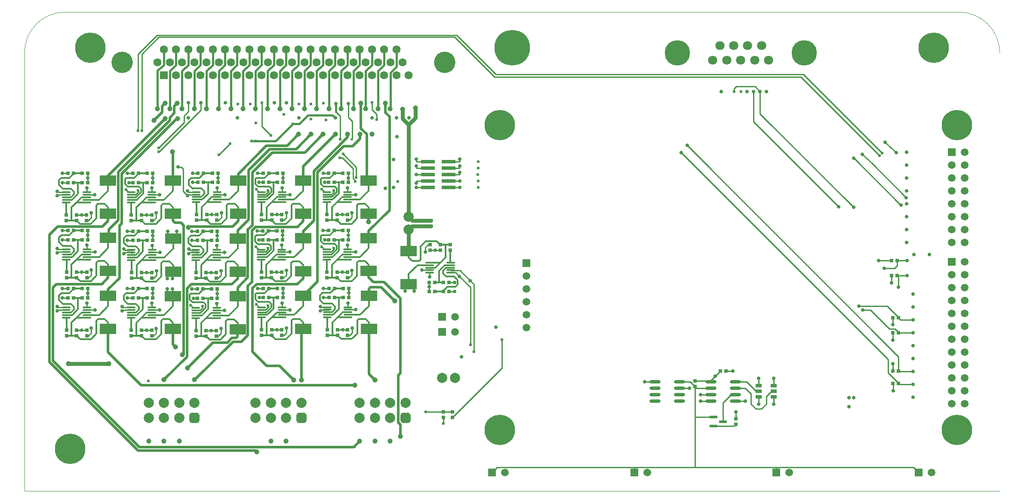
<source format=gtl>
%FSLAX25Y25*%
%MOIN*%
G70*
G01*
G75*
G04 Layer_Physical_Order=1*
G04 Layer_Color=255*
%ADD10R,0.02756X0.03150*%
%ADD11O,0.06890X0.01181*%
%ADD12R,0.12598X0.07874*%
%ADD13R,0.03150X0.02756*%
%ADD14R,0.05118X0.03150*%
%ADD15R,0.05906X0.02362*%
%ADD16O,0.08661X0.02362*%
%ADD17R,0.11000X0.02900*%
%ADD18C,0.01000*%
%ADD19C,0.02000*%
%ADD20C,0.03000*%
%ADD21C,0.01181*%
%ADD22C,0.01800*%
%ADD23C,0.00100*%
%ADD24C,0.07874*%
%ADD25R,0.05906X0.05906*%
%ADD26C,0.05906*%
%ADD27C,0.07087*%
%ADD28C,0.19685*%
%ADD29C,0.16535*%
%ADD30C,0.06299*%
%ADD31R,0.06299X0.06299*%
%ADD32C,0.27559*%
%ADD33C,0.23622*%
%ADD34R,0.05906X0.05906*%
G04:AMPARAMS|DCode=35|XSize=78.74mil|YSize=78.74mil|CornerRadius=19.69mil|HoleSize=0mil|Usage=FLASHONLY|Rotation=0.000|XOffset=0mil|YOffset=0mil|HoleType=Round|Shape=RoundedRectangle|*
%AMROUNDEDRECTD35*
21,1,0.07874,0.03937,0,0,0.0*
21,1,0.03937,0.07874,0,0,0.0*
1,1,0.03937,0.01969,-0.01969*
1,1,0.03937,-0.01969,-0.01969*
1,1,0.03937,-0.01969,0.01969*
1,1,0.03937,0.01969,0.01969*
%
%ADD35ROUNDEDRECTD35*%
%ADD36C,0.02362*%
%ADD37C,0.02756*%
%ADD38C,0.01969*%
%ADD39C,0.03937*%
D10*
X-453745Y-193606D02*
D03*
Y-189276D02*
D03*
X-685729Y-233776D02*
D03*
Y-229445D02*
D03*
X-677855Y-233776D02*
D03*
Y-229445D02*
D03*
X-669981Y-229445D02*
D03*
Y-233776D02*
D03*
X-635729Y-233776D02*
D03*
Y-229445D02*
D03*
X-627855Y-233776D02*
D03*
Y-229445D02*
D03*
X-619981Y-229445D02*
D03*
Y-233776D02*
D03*
X-635335Y-188894D02*
D03*
Y-184563D02*
D03*
X-627461Y-188894D02*
D03*
Y-184563D02*
D03*
X-619587Y-184563D02*
D03*
Y-188894D02*
D03*
X-584942Y-188894D02*
D03*
Y-184563D02*
D03*
X-577068Y-188894D02*
D03*
Y-184563D02*
D03*
X-569194Y-184563D02*
D03*
Y-188894D02*
D03*
X-635729Y-278658D02*
D03*
Y-274327D02*
D03*
X-627855Y-278658D02*
D03*
Y-274327D02*
D03*
X-619981Y-274327D02*
D03*
Y-278658D02*
D03*
X-584942Y-278264D02*
D03*
Y-273933D02*
D03*
X-577068Y-278264D02*
D03*
Y-273933D02*
D03*
X-569194Y-273933D02*
D03*
Y-278264D02*
D03*
X-585103Y-233508D02*
D03*
Y-229177D02*
D03*
X-577229Y-233508D02*
D03*
Y-229177D02*
D03*
X-569355Y-229177D02*
D03*
Y-233508D02*
D03*
X-685891Y-189020D02*
D03*
Y-184689D02*
D03*
X-678017Y-189020D02*
D03*
Y-184689D02*
D03*
X-670143Y-184689D02*
D03*
Y-189020D02*
D03*
X-736284Y-189020D02*
D03*
Y-184689D02*
D03*
X-728410Y-189020D02*
D03*
Y-184689D02*
D03*
X-720536Y-184689D02*
D03*
Y-189020D02*
D03*
X-736123Y-233323D02*
D03*
Y-228992D02*
D03*
X-728249Y-233323D02*
D03*
Y-228992D02*
D03*
X-720375Y-228992D02*
D03*
Y-233323D02*
D03*
X-736123Y-278323D02*
D03*
Y-273992D02*
D03*
X-728249Y-278323D02*
D03*
Y-273992D02*
D03*
X-720375Y-273992D02*
D03*
Y-278323D02*
D03*
X-534154Y-188894D02*
D03*
Y-184563D02*
D03*
X-526280Y-188894D02*
D03*
Y-184563D02*
D03*
X-518406Y-184563D02*
D03*
Y-188894D02*
D03*
X-533922Y-278193D02*
D03*
Y-273862D02*
D03*
X-526048Y-278193D02*
D03*
Y-273862D02*
D03*
X-518174Y-273862D02*
D03*
Y-278193D02*
D03*
X-534154Y-233382D02*
D03*
Y-229051D02*
D03*
X-526280Y-233382D02*
D03*
Y-229051D02*
D03*
X-518406Y-229051D02*
D03*
Y-233382D02*
D03*
X-685891Y-278390D02*
D03*
Y-274059D02*
D03*
X-678017Y-278390D02*
D03*
Y-274059D02*
D03*
X-670143Y-274059D02*
D03*
Y-278390D02*
D03*
X-438548Y-207772D02*
D03*
Y-212102D02*
D03*
X-446422Y-207772D02*
D03*
Y-212102D02*
D03*
X-454296Y-212102D02*
D03*
Y-207772D02*
D03*
X-217387Y-347287D02*
D03*
Y-342957D02*
D03*
X-248883Y-317760D02*
D03*
Y-313429D02*
D03*
X-437008Y-337402D02*
D03*
Y-341732D02*
D03*
X-443898Y-341732D02*
D03*
Y-337402D02*
D03*
D11*
X-685926Y-211925D02*
D03*
Y-213894D02*
D03*
Y-215862D02*
D03*
Y-217831D02*
D03*
Y-219799D02*
D03*
X-669784Y-211925D02*
D03*
Y-213894D02*
D03*
Y-215862D02*
D03*
Y-217831D02*
D03*
Y-219799D02*
D03*
X-635926Y-211925D02*
D03*
Y-213894D02*
D03*
Y-215862D02*
D03*
Y-217831D02*
D03*
Y-219799D02*
D03*
X-619784Y-211925D02*
D03*
Y-213894D02*
D03*
Y-215862D02*
D03*
Y-217831D02*
D03*
Y-219799D02*
D03*
X-635532Y-167043D02*
D03*
Y-169012D02*
D03*
Y-170980D02*
D03*
Y-172949D02*
D03*
Y-174917D02*
D03*
X-619390Y-167043D02*
D03*
Y-169012D02*
D03*
Y-170980D02*
D03*
Y-172949D02*
D03*
Y-174917D02*
D03*
X-585139Y-167043D02*
D03*
Y-169012D02*
D03*
Y-170980D02*
D03*
Y-172949D02*
D03*
Y-174917D02*
D03*
X-568997Y-167043D02*
D03*
Y-169012D02*
D03*
Y-170980D02*
D03*
Y-172949D02*
D03*
Y-174917D02*
D03*
X-635926Y-256807D02*
D03*
Y-258776D02*
D03*
Y-260744D02*
D03*
Y-262713D02*
D03*
Y-264681D02*
D03*
X-619784Y-256807D02*
D03*
Y-258776D02*
D03*
Y-260744D02*
D03*
Y-262713D02*
D03*
Y-264681D02*
D03*
X-585139Y-256413D02*
D03*
Y-258382D02*
D03*
Y-260350D02*
D03*
Y-262319D02*
D03*
Y-264287D02*
D03*
X-568997Y-256413D02*
D03*
Y-258382D02*
D03*
Y-260350D02*
D03*
Y-262319D02*
D03*
Y-264287D02*
D03*
X-585300Y-211658D02*
D03*
Y-213626D02*
D03*
Y-215595D02*
D03*
Y-217563D02*
D03*
Y-219531D02*
D03*
X-569158Y-211658D02*
D03*
Y-213626D02*
D03*
Y-215595D02*
D03*
Y-217563D02*
D03*
Y-219531D02*
D03*
X-686087Y-167169D02*
D03*
Y-169138D02*
D03*
Y-171106D02*
D03*
Y-173075D02*
D03*
Y-175043D02*
D03*
X-669946Y-167169D02*
D03*
Y-169138D02*
D03*
Y-171106D02*
D03*
Y-173075D02*
D03*
Y-175043D02*
D03*
X-736481Y-167169D02*
D03*
Y-169138D02*
D03*
Y-171106D02*
D03*
Y-173075D02*
D03*
Y-175043D02*
D03*
X-720339Y-167169D02*
D03*
Y-169138D02*
D03*
Y-171106D02*
D03*
Y-173075D02*
D03*
Y-175043D02*
D03*
X-736320Y-211472D02*
D03*
Y-213441D02*
D03*
Y-215409D02*
D03*
Y-217378D02*
D03*
Y-219346D02*
D03*
X-720178Y-211472D02*
D03*
Y-213441D02*
D03*
Y-215409D02*
D03*
Y-217378D02*
D03*
Y-219346D02*
D03*
X-736320Y-256472D02*
D03*
Y-258441D02*
D03*
Y-260409D02*
D03*
Y-262378D02*
D03*
Y-264347D02*
D03*
X-720178Y-256472D02*
D03*
Y-258441D02*
D03*
Y-260409D02*
D03*
Y-262378D02*
D03*
Y-264347D02*
D03*
X-534351Y-167043D02*
D03*
Y-169012D02*
D03*
Y-170980D02*
D03*
Y-172949D02*
D03*
Y-174917D02*
D03*
X-518209Y-167043D02*
D03*
Y-169012D02*
D03*
Y-170980D02*
D03*
Y-172949D02*
D03*
Y-174917D02*
D03*
X-534119Y-256343D02*
D03*
Y-258311D02*
D03*
Y-260279D02*
D03*
Y-262248D02*
D03*
Y-264216D02*
D03*
X-517977Y-256343D02*
D03*
Y-258311D02*
D03*
Y-260279D02*
D03*
Y-262248D02*
D03*
Y-264216D02*
D03*
X-534351Y-211531D02*
D03*
Y-213500D02*
D03*
Y-215469D02*
D03*
Y-217437D02*
D03*
Y-219406D02*
D03*
X-518209Y-211531D02*
D03*
Y-213500D02*
D03*
Y-215469D02*
D03*
Y-217437D02*
D03*
Y-219406D02*
D03*
X-686087Y-256539D02*
D03*
Y-258508D02*
D03*
Y-260476D02*
D03*
Y-262445D02*
D03*
Y-264413D02*
D03*
X-669946Y-256539D02*
D03*
Y-258508D02*
D03*
Y-260476D02*
D03*
Y-262445D02*
D03*
Y-264413D02*
D03*
X-438351Y-229622D02*
D03*
Y-227654D02*
D03*
Y-225685D02*
D03*
Y-223716D02*
D03*
Y-221748D02*
D03*
X-454493Y-229622D02*
D03*
Y-227654D02*
D03*
Y-225685D02*
D03*
Y-223716D02*
D03*
Y-221748D02*
D03*
D12*
X-653446Y-228658D02*
D03*
Y-203067D02*
D03*
X-603446Y-228658D02*
D03*
Y-203067D02*
D03*
X-603052Y-183776D02*
D03*
Y-158185D02*
D03*
X-552658Y-183776D02*
D03*
Y-158185D02*
D03*
X-603446Y-273539D02*
D03*
Y-247949D02*
D03*
X-552658Y-273146D02*
D03*
Y-247555D02*
D03*
X-552820Y-228390D02*
D03*
Y-202799D02*
D03*
X-653607Y-183902D02*
D03*
Y-158311D02*
D03*
X-704001Y-183902D02*
D03*
Y-158311D02*
D03*
X-703839Y-228205D02*
D03*
Y-202614D02*
D03*
Y-273205D02*
D03*
Y-247614D02*
D03*
X-501871Y-183776D02*
D03*
Y-158185D02*
D03*
X-501639Y-273075D02*
D03*
Y-247484D02*
D03*
X-501871Y-228264D02*
D03*
Y-202673D02*
D03*
X-653607Y-273272D02*
D03*
Y-247681D02*
D03*
X-470831Y-212890D02*
D03*
Y-238480D02*
D03*
D13*
X-684548Y-204445D02*
D03*
X-680217D02*
D03*
X-684548Y-197358D02*
D03*
X-680217D02*
D03*
X-673524Y-204445D02*
D03*
X-669194D02*
D03*
X-673524Y-197358D02*
D03*
X-669194D02*
D03*
X-634548Y-204445D02*
D03*
X-630217D02*
D03*
X-634548Y-197358D02*
D03*
X-630217D02*
D03*
X-623524Y-204445D02*
D03*
X-619194D02*
D03*
X-623524Y-197358D02*
D03*
X-619194D02*
D03*
X-634154Y-159563D02*
D03*
X-629824D02*
D03*
X-634154Y-152476D02*
D03*
X-629824D02*
D03*
X-623131Y-159563D02*
D03*
X-618800D02*
D03*
X-623131Y-152476D02*
D03*
X-618800D02*
D03*
X-583761Y-159563D02*
D03*
X-579430D02*
D03*
X-583761Y-152476D02*
D03*
X-579430D02*
D03*
X-572737Y-159563D02*
D03*
X-568406D02*
D03*
X-572737Y-152476D02*
D03*
X-568406D02*
D03*
X-634548Y-249327D02*
D03*
X-630217D02*
D03*
X-634548Y-242240D02*
D03*
X-630217D02*
D03*
X-623524Y-249327D02*
D03*
X-619194D02*
D03*
X-623524Y-242240D02*
D03*
X-619194D02*
D03*
X-583761Y-248933D02*
D03*
X-579430D02*
D03*
X-583761Y-241846D02*
D03*
X-579430D02*
D03*
X-572737Y-248933D02*
D03*
X-568406D02*
D03*
X-572737Y-241846D02*
D03*
X-568406D02*
D03*
X-583922Y-204177D02*
D03*
X-579591D02*
D03*
X-583922Y-197091D02*
D03*
X-579591D02*
D03*
X-572898Y-204177D02*
D03*
X-568568D02*
D03*
X-572898Y-197091D02*
D03*
X-568568D02*
D03*
X-684710Y-159689D02*
D03*
X-680379D02*
D03*
X-684710Y-152602D02*
D03*
X-680379D02*
D03*
X-673686Y-159689D02*
D03*
X-669355D02*
D03*
X-673686Y-152602D02*
D03*
X-669355D02*
D03*
X-735103Y-159689D02*
D03*
X-730772D02*
D03*
X-735103Y-152602D02*
D03*
X-730772D02*
D03*
X-724080Y-159689D02*
D03*
X-719749D02*
D03*
X-724080Y-152602D02*
D03*
X-719749D02*
D03*
X-734942Y-203992D02*
D03*
X-730611D02*
D03*
X-734942Y-196906D02*
D03*
X-730611D02*
D03*
X-723918Y-203992D02*
D03*
X-719587D02*
D03*
X-723918Y-196906D02*
D03*
X-719587D02*
D03*
X-734942Y-248992D02*
D03*
X-730611D02*
D03*
X-734942Y-241905D02*
D03*
X-730611D02*
D03*
X-723918Y-248992D02*
D03*
X-719587D02*
D03*
X-723918Y-241905D02*
D03*
X-719587D02*
D03*
X-532973Y-159563D02*
D03*
X-528643D02*
D03*
X-532973Y-152476D02*
D03*
X-528643D02*
D03*
X-521950Y-159563D02*
D03*
X-517619D02*
D03*
X-521950Y-152476D02*
D03*
X-517619D02*
D03*
X-532741Y-248862D02*
D03*
X-528410D02*
D03*
X-532741Y-241776D02*
D03*
X-528410D02*
D03*
X-521717Y-248862D02*
D03*
X-517387D02*
D03*
X-521717Y-241776D02*
D03*
X-517387D02*
D03*
X-532973Y-204051D02*
D03*
X-528643D02*
D03*
X-532973Y-196965D02*
D03*
X-528643D02*
D03*
X-521950Y-204051D02*
D03*
X-517619D02*
D03*
X-521950Y-196965D02*
D03*
X-517619D02*
D03*
X-684710Y-249059D02*
D03*
X-680379D02*
D03*
X-684710Y-241972D02*
D03*
X-680379D02*
D03*
X-673686Y-249059D02*
D03*
X-669355D02*
D03*
X-673686Y-241972D02*
D03*
X-669355D02*
D03*
X-439729Y-237102D02*
D03*
X-444060D02*
D03*
X-439729Y-244189D02*
D03*
X-444060D02*
D03*
X-450753Y-237102D02*
D03*
X-455084D02*
D03*
X-450753Y-244189D02*
D03*
X-455084D02*
D03*
X-95536Y-315595D02*
D03*
X-91206D02*
D03*
X-95536Y-305752D02*
D03*
X-91206D02*
D03*
X-95536Y-264413D02*
D03*
X-91206D02*
D03*
X-95536Y-276224D02*
D03*
X-91206D02*
D03*
X-96521Y-231933D02*
D03*
X-92190D02*
D03*
X-96521Y-220122D02*
D03*
X-92190D02*
D03*
X-225064Y-305752D02*
D03*
X-229395D02*
D03*
D14*
X-187859Y-325796D02*
D03*
Y-321465D02*
D03*
Y-317135D02*
D03*
X-199670Y-325796D02*
D03*
Y-321465D02*
D03*
Y-317135D02*
D03*
D15*
X-227423Y-345122D02*
D03*
X-234710Y-348626D02*
D03*
Y-341618D02*
D03*
D16*
X-217780Y-329000D02*
D03*
Y-324000D02*
D03*
Y-319000D02*
D03*
Y-314000D02*
D03*
X-236678Y-329000D02*
D03*
Y-324000D02*
D03*
Y-319000D02*
D03*
Y-314000D02*
D03*
X-279985D02*
D03*
Y-319000D02*
D03*
Y-324000D02*
D03*
Y-329000D02*
D03*
X-261087Y-314000D02*
D03*
Y-319000D02*
D03*
Y-324000D02*
D03*
Y-329000D02*
D03*
D17*
X-456016Y-163587D02*
D03*
X-440017D02*
D03*
X-456016Y-158587D02*
D03*
X-440017D02*
D03*
X-456016Y-153587D02*
D03*
X-440017D02*
D03*
X-456016Y-148587D02*
D03*
X-440017D02*
D03*
Y-143587D02*
D03*
X-456016D02*
D03*
D18*
X-218568Y-86854D02*
X-216993Y-85280D01*
X-218568Y-89217D02*
Y-86854D01*
X-202300Y-85280D02*
X-198516Y-89063D01*
X-216993Y-85280D02*
X-202300D01*
X-431167Y-143578D02*
X-431158Y-143587D01*
X-464875Y-160143D02*
Y-158587D01*
X-512264Y-158783D02*
Y-158268D01*
X-584513Y-116087D02*
Y-97681D01*
Y-116087D02*
X-577524Y-123075D01*
X-524276Y-140594D02*
X-522209D01*
X-513856Y-148948D01*
Y-156676D02*
Y-148948D01*
Y-156676D02*
X-512264Y-158268D01*
X-521717Y-137642D02*
X-511575Y-147784D01*
Y-155731D02*
Y-147784D01*
X-438351Y-227654D02*
X-438073Y-227931D01*
X-422997Y-285378D02*
Y-240890D01*
X-438351Y-229622D02*
X-434265D01*
X-609414Y-129472D02*
X-609217D01*
X-617977Y-138035D02*
X-609414Y-129472D01*
X-91206Y-264413D02*
Y-264236D01*
X-121914Y-255555D02*
X-99886D01*
X-91206Y-264236D01*
X-89513Y-266106D02*
X-79966D01*
X-91206Y-264413D02*
X-89513Y-266106D01*
X-113056Y-258508D02*
X-98292Y-273272D01*
X-93981D01*
X-118961Y-258508D02*
X-113056D01*
X-91146Y-276106D02*
X-79966D01*
X-93981Y-273272D02*
X-91146Y-276106D01*
X-499276Y-103094D02*
Y-97583D01*
Y-103094D02*
X-495536Y-106835D01*
Y-110968D02*
Y-106835D01*
X-641516Y-104587D02*
Y-97811D01*
X-644946Y-108016D02*
X-641516Y-104587D01*
X-644946Y-113232D02*
Y-108016D01*
X-664631Y-132917D02*
X-644946Y-113232D01*
X-164921Y-75698D02*
X-103833Y-136785D01*
X-403346Y-75698D02*
X-164921D01*
X-433671Y-45373D02*
X-403346Y-75698D01*
X-666123Y-45373D02*
X-433671D01*
X-680782Y-60032D02*
X-666123Y-45373D01*
X-680782Y-119335D02*
Y-60032D01*
X-166910Y-77898D02*
X-105928Y-138880D01*
X-435182Y-46973D02*
X-404258Y-77898D01*
X-166910D01*
X-664611Y-46973D02*
X-435182D01*
X-677820Y-60181D02*
X-664611Y-46973D01*
X-677820Y-119335D02*
Y-60181D01*
X-664270Y-135880D02*
X-632028Y-103638D01*
X-664631Y-135880D02*
X-664270D01*
X-632028Y-103638D02*
Y-97811D01*
X-514729Y-125929D02*
Y-112248D01*
X-514828Y-126028D02*
X-514729Y-125929D01*
X-704001Y-158311D02*
Y-154349D01*
X-517806Y-109171D02*
Y-98435D01*
Y-109171D02*
X-514729Y-112248D01*
X-527229Y-104965D02*
X-523981Y-108213D01*
Y-126028D02*
Y-108213D01*
X-125796Y-140736D02*
X-89521Y-177012D01*
X-89237D01*
X-111784Y-144905D02*
X-85190Y-171500D01*
X-119425Y-137714D02*
X-111784Y-144905D01*
X-91206Y-305752D02*
Y-294787D01*
X-255087Y-130905D02*
X-91206Y-294787D01*
X-101587Y-128405D02*
X-93087Y-136406D01*
X-466690Y-243972D02*
Y-239642D01*
X-473690Y-243972D02*
Y-239642D01*
X-654087Y-246406D02*
Y-242075D01*
X-658087Y-246406D02*
Y-242075D01*
X-654087Y-234236D02*
Y-229906D01*
X-658087Y-234236D02*
Y-229906D01*
X-650587Y-201905D02*
Y-197575D01*
X-657587Y-201905D02*
Y-197575D01*
X-669981Y-233776D02*
X-668603D01*
X-666438Y-231610D01*
Y-228067D01*
X-688879Y-197358D02*
X-684548D01*
X-688879Y-204445D02*
X-684548D01*
X-669194D02*
Y-197358D01*
X-673918Y-229445D02*
X-669981D01*
X-677855D02*
X-673918D01*
X-669981D02*
X-669981Y-229445D01*
X-669784Y-208579D02*
X-669587Y-208382D01*
X-669784Y-211925D02*
Y-208579D01*
Y-213894D02*
X-663682D01*
X-619981Y-233776D02*
X-618603D01*
X-616438Y-231610D01*
Y-228067D01*
X-638879Y-197358D02*
X-634548D01*
X-638879Y-204445D02*
X-634548D01*
X-619194D02*
Y-197358D01*
X-623918Y-229445D02*
X-619981D01*
X-627855D02*
X-623918D01*
X-619981D02*
X-619981Y-229445D01*
X-619784Y-208579D02*
X-619587Y-208382D01*
X-619784Y-211925D02*
Y-208579D01*
Y-213894D02*
X-613682D01*
X-619587Y-188894D02*
X-618209D01*
X-616044Y-186728D01*
Y-183185D01*
X-638485Y-152476D02*
X-634154D01*
X-638485Y-159563D02*
X-634154D01*
X-618800D02*
Y-152476D01*
X-623524Y-184563D02*
X-619587D01*
X-627461D02*
X-623524D01*
X-619587D02*
X-619587Y-184563D01*
X-619390Y-163697D02*
X-619194Y-163500D01*
X-619390Y-167043D02*
Y-163697D01*
Y-169012D02*
X-613288D01*
X-569194Y-188894D02*
X-567816D01*
X-565650Y-186728D01*
Y-183185D01*
X-588091Y-152476D02*
X-583761D01*
X-586875Y-159563D02*
X-583761D01*
X-568406D02*
Y-152476D01*
X-573131Y-184563D02*
X-569194D01*
X-577068D02*
X-573131D01*
X-569194D02*
X-569194Y-184563D01*
X-568997Y-163697D02*
X-568800Y-163500D01*
X-568997Y-167043D02*
Y-163697D01*
Y-169012D02*
X-562894D01*
X-619981Y-278658D02*
X-618603D01*
X-616438Y-276492D01*
Y-272949D01*
X-638879Y-242240D02*
X-634548D01*
X-637761Y-249327D02*
X-634548D01*
X-619194D02*
Y-242240D01*
X-623918Y-274327D02*
X-619981D01*
X-627855D02*
X-623918D01*
X-619981D02*
X-619981Y-274327D01*
X-619784Y-253461D02*
X-619587Y-253264D01*
X-619784Y-256807D02*
Y-253461D01*
Y-258776D02*
X-613682D01*
X-569194Y-278264D02*
X-567816D01*
X-565650Y-276098D01*
Y-272555D01*
X-588091Y-241846D02*
X-583761D01*
X-586580Y-248933D02*
X-583761D01*
X-568406D02*
Y-241846D01*
X-573131Y-273933D02*
X-569194D01*
X-577068D02*
X-573131D01*
X-569194D02*
X-569194Y-273933D01*
X-568997Y-253067D02*
X-568800Y-252870D01*
X-568997Y-256413D02*
Y-253067D01*
Y-258382D02*
X-562894D01*
X-569355Y-233508D02*
X-567977D01*
X-565812Y-231343D01*
Y-227799D01*
X-588253Y-197091D02*
X-583922D01*
X-587072Y-204177D02*
X-583922D01*
X-568568D02*
Y-197091D01*
X-573292Y-229177D02*
X-569355D01*
X-577229D02*
X-573292D01*
X-569355D02*
X-569355Y-229177D01*
X-569158Y-208311D02*
X-568961Y-208114D01*
X-569158Y-211658D02*
Y-208311D01*
Y-213626D02*
X-563056D01*
X-670143Y-189020D02*
X-668765D01*
X-666599Y-186854D01*
Y-183311D01*
X-689040Y-152602D02*
X-684710D01*
X-687662Y-159689D02*
X-684710D01*
X-669355D02*
Y-152602D01*
X-674080Y-184689D02*
X-670143D01*
X-678017D02*
X-674080D01*
X-670143D02*
X-670143Y-184689D01*
X-669946Y-163823D02*
X-669749Y-163626D01*
X-669946Y-167169D02*
Y-163823D01*
Y-169138D02*
X-663843D01*
X-720536Y-189020D02*
X-719158D01*
X-716993Y-186854D01*
Y-183311D01*
X-739434Y-152602D02*
X-735103D01*
X-739434Y-159689D02*
X-735103D01*
X-719749D02*
Y-152602D01*
X-724473Y-184689D02*
X-720536D01*
X-728410D02*
X-724473D01*
X-720536D02*
X-720536Y-184689D01*
X-720339Y-163823D02*
X-720143Y-163626D01*
X-720339Y-167169D02*
Y-163823D01*
Y-169138D02*
X-714237D01*
X-720375Y-233323D02*
X-718997D01*
X-716831Y-231157D01*
Y-227614D01*
X-739272Y-196906D02*
X-734942D01*
X-739272Y-203992D02*
X-734942D01*
X-719587D02*
Y-196906D01*
X-724312Y-228992D02*
X-720375D01*
X-728249D02*
X-724312D01*
X-720375D02*
X-720375Y-228992D01*
X-720178Y-208126D02*
X-719981Y-207929D01*
X-720178Y-211472D02*
Y-208126D01*
Y-213441D02*
X-714076D01*
X-720375Y-278323D02*
X-718997D01*
X-716831Y-276157D01*
Y-272614D01*
X-739272Y-241905D02*
X-734942D01*
X-739272Y-248992D02*
X-734942D01*
X-719587D02*
Y-241905D01*
X-724312Y-273992D02*
X-720375D01*
X-728249D02*
X-724312D01*
X-720375D02*
X-720375Y-273992D01*
X-720178Y-253126D02*
X-719981Y-252929D01*
X-720178Y-256472D02*
Y-253126D01*
Y-258441D02*
X-714076D01*
X-518406Y-188894D02*
X-517028D01*
X-514863Y-186728D01*
Y-183185D01*
X-537304Y-152476D02*
X-532973D01*
X-536087Y-159563D02*
X-532973D01*
X-517619D02*
Y-152476D01*
X-522343Y-184563D02*
X-518406D01*
X-526280D02*
X-522343D01*
X-518406D02*
X-518406Y-184563D01*
X-518209Y-163697D02*
X-518013Y-163500D01*
X-518209Y-167043D02*
Y-163697D01*
Y-169012D02*
X-512107D01*
X-518174Y-278193D02*
X-516796D01*
X-514631Y-276028D01*
Y-272484D01*
X-537072Y-241776D02*
X-532741D01*
X-537072Y-248862D02*
X-532741D01*
X-517387D02*
Y-241776D01*
X-522111Y-273862D02*
X-518174D01*
X-526048D02*
X-522111D01*
X-518174D02*
X-518174Y-273862D01*
X-517977Y-252996D02*
X-517780Y-252799D01*
X-517977Y-256343D02*
Y-252996D01*
Y-258311D02*
X-511875D01*
X-518406Y-233382D02*
X-517028D01*
X-514863Y-231217D01*
Y-227673D01*
X-537304Y-196965D02*
X-532973D01*
X-535989Y-204051D02*
X-532973D01*
X-517619D02*
Y-196965D01*
X-522343Y-229051D02*
X-518406D01*
X-526280D02*
X-522343D01*
X-518406D02*
X-518406Y-229051D01*
X-518209Y-208185D02*
X-518013Y-207988D01*
X-518209Y-211531D02*
Y-208185D01*
Y-213500D02*
X-512107D01*
X-670143Y-278390D02*
X-668765D01*
X-666599Y-276224D01*
Y-272681D01*
X-689040Y-241972D02*
X-684710D01*
X-689040Y-249059D02*
X-684710D01*
X-669355D02*
Y-241972D01*
X-674080Y-274059D02*
X-670143D01*
X-678017D02*
X-674080D01*
X-670143D02*
X-670143Y-274059D01*
X-669946Y-253193D02*
X-669749Y-252996D01*
X-669946Y-256539D02*
Y-253193D01*
Y-258508D02*
X-663843D01*
X-457839Y-213480D02*
Y-209937D01*
X-455674Y-207772D01*
X-454296D01*
X-450359Y-212102D02*
X-446422D01*
X-454296D02*
X-450359D01*
X-454690Y-233165D02*
X-454493Y-232968D01*
Y-229622D01*
X-460595Y-227654D02*
X-454493D01*
X-439729Y-244189D02*
X-435398D01*
X-439729Y-237102D02*
X-435398D01*
X-455084Y-244189D02*
Y-237102D01*
X-454296Y-212102D02*
X-454296Y-212102D01*
X-244572Y-324000D02*
X-236678D01*
X-95339Y-321141D02*
Y-315595D01*
X-106791Y-220122D02*
X-96521D01*
Y-237479D02*
Y-231933D01*
X-95536Y-269960D02*
Y-264413D01*
Y-281771D02*
Y-276224D01*
Y-305752D02*
Y-300205D01*
X-91206Y-315595D02*
X-90694Y-316106D01*
X-79966D01*
X-259667Y-136406D02*
X-99276Y-296796D01*
Y-307165D02*
Y-296796D01*
Y-307165D02*
X-91206Y-315235D01*
Y-315595D02*
Y-315235D01*
Y-305752D02*
X-90851Y-306106D01*
X-79966D01*
X-102229Y-226028D02*
X-94355D01*
X-92387Y-224059D01*
Y-220319D01*
X-92190Y-220122D01*
Y-231933D02*
X-91402Y-232720D01*
Y-240791D02*
Y-232720D01*
X-92190Y-231933D02*
X-84513D01*
X-92190Y-220122D02*
X-84513D01*
X-217387Y-342957D02*
Y-337410D01*
X-218725Y-348626D02*
X-217387Y-347287D01*
X-234710Y-348626D02*
X-218725D01*
X-248883Y-380439D02*
X-185891D01*
X-296127D02*
X-248883D01*
X-402310D02*
X-296127D01*
Y-384492D02*
Y-380439D01*
X-185891D02*
X-79707D01*
X-185891Y-384492D02*
Y-380439D01*
X-79707D02*
X-75654Y-384492D01*
X-406363Y-384492D02*
X-402310Y-380439D01*
X-225064Y-305752D02*
X-219517D01*
X-237072Y-313429D02*
X-229395Y-305752D01*
X-248883Y-313429D02*
X-237072D01*
X-287879Y-314000D02*
X-279985D01*
X-261087Y-319000D02*
X-253194D01*
X-261087Y-314000D02*
X-252820D01*
X-249060Y-317760D01*
X-248883D01*
X-248450Y-341618D02*
X-234710D01*
X-248883Y-380439D02*
Y-317760D01*
X-247642Y-319000D01*
X-236678D01*
X-210044D02*
X-205576Y-323468D01*
Y-331343D02*
Y-323468D01*
Y-331343D02*
X-201639Y-335279D01*
X-227423Y-345122D02*
Y-330552D01*
X-220871Y-324000D01*
X-217780D01*
X-244572Y-329000D02*
X-236678D01*
X-217780D02*
X-209887D01*
X-217780Y-319000D02*
X-210044D01*
X-201639Y-335279D02*
X-197702D01*
X-193765Y-331343D01*
Y-325437D01*
X-189793Y-321465D01*
X-187859D01*
Y-331343D02*
Y-325796D01*
Y-317135D02*
Y-311588D01*
X-199670Y-317135D02*
Y-311588D01*
Y-331343D02*
Y-325796D01*
X-217780Y-314000D02*
X-209139D01*
X-201673Y-321465D01*
X-199670D01*
X-203517Y-112654D02*
Y-89063D01*
X-198516Y-106493D02*
Y-89063D01*
Y-106493D02*
X-126064Y-178945D01*
X-203517Y-112654D02*
X-137564Y-178606D01*
X-440017Y-163587D02*
X-431158D01*
X-440017Y-158587D02*
X-431158D01*
X-440017Y-153587D02*
X-431158D01*
X-440017Y-148587D02*
X-431158D01*
X-440017Y-143587D02*
X-431158D01*
X-464875Y-163587D02*
X-456016D01*
X-464875Y-158587D02*
X-456016D01*
X-464875Y-153587D02*
X-456016D01*
X-464875Y-148587D02*
X-456016D01*
X-742583Y-167169D02*
X-736481D01*
X-742977Y-166776D02*
X-742583Y-167169D01*
X-743371Y-166382D02*
X-742977Y-165988D01*
X-742584Y-169138D02*
X-736481D01*
X-743371Y-169925D02*
X-742584Y-169138D01*
X-743209Y-214228D02*
X-742422Y-213441D01*
X-736320D01*
X-743209Y-210685D02*
X-742816Y-210291D01*
Y-211079D02*
X-742422Y-211472D01*
X-736320D01*
X-743209Y-259228D02*
X-742422Y-258441D01*
X-736320D01*
X-743209Y-255685D02*
X-742816Y-255291D01*
Y-256079D02*
X-742422Y-256472D01*
X-736320D01*
X-692977Y-259295D02*
X-692190Y-258508D01*
X-686087D01*
X-692977Y-255752D02*
X-692584Y-255358D01*
Y-256146D02*
X-692190Y-256539D01*
X-686087D01*
X-691599Y-211264D02*
X-691206Y-210870D01*
Y-211658D02*
X-690812Y-212051D01*
X-642422Y-169799D02*
X-641635Y-169012D01*
X-635532D01*
X-642422Y-166256D02*
X-642028Y-165862D01*
Y-166650D02*
X-641635Y-167043D01*
X-635532D01*
X-641206Y-211264D02*
X-640812Y-210870D01*
Y-211658D02*
X-640418Y-212051D01*
X-637698Y-256807D02*
X-635926D01*
X-632649Y-258776D02*
X-630217Y-256344D01*
X-635926Y-258776D02*
X-632649D01*
X-630620Y-255626D02*
X-630217D01*
X-529046Y-165862D02*
X-528643D01*
X-534351Y-169012D02*
X-531075D01*
X-528643Y-166580D01*
X-536124Y-167043D02*
X-534351D01*
X-538879Y-164681D02*
X-538486D01*
X-534351Y-213500D02*
X-531075D01*
X-528643Y-211068D01*
X-536124Y-211531D02*
X-534351D01*
X-538879Y-209169D02*
X-538486D01*
X-579833Y-165862D02*
X-579430D01*
X-585139Y-169012D02*
X-581862D01*
X-579430Y-166580D01*
X-586911Y-167043D02*
X-585139D01*
X-589666Y-164681D02*
X-589273D01*
X-585300Y-213626D02*
X-582023D01*
X-579591Y-211194D01*
X-587072Y-211658D02*
X-585300D01*
X-589827Y-209295D02*
X-589434D01*
X-579833Y-255232D02*
X-579430D01*
X-585139Y-258382D02*
X-581862D01*
X-579430Y-255950D01*
X-586911Y-256413D02*
X-585139D01*
X-589666Y-254051D02*
X-589273D01*
X-680782Y-165988D02*
X-680379D01*
X-686087Y-169138D02*
X-682811D01*
X-680379Y-166706D01*
X-687860Y-167169D02*
X-686087D01*
X-690615Y-164807D02*
X-690222D01*
X-539005Y-256075D02*
X-538611Y-256469D01*
X-539398Y-255681D02*
X-539005Y-255287D01*
X-539398Y-259224D02*
X-538611Y-258437D01*
X-438073Y-227931D02*
X-431034D01*
X-420438Y-290988D02*
Y-238528D01*
X-742816Y-256079D02*
Y-255291D01*
X-692584Y-255752D02*
Y-255358D01*
X-691206Y-211264D02*
Y-210870D01*
X-690812Y-212051D02*
X-684710D01*
X-689989Y-165040D02*
X-687860Y-167169D01*
X-742977Y-166382D02*
Y-165988D01*
X-742816Y-210685D02*
Y-210291D01*
X-639828Y-254678D02*
X-637698Y-256807D01*
X-642028Y-166256D02*
Y-165862D01*
X-640812Y-211264D02*
Y-210870D01*
X-640418Y-212051D02*
X-634316D01*
X-589040Y-254284D02*
X-586911Y-256413D01*
X-589202Y-209528D02*
X-587072Y-211658D01*
X-589040Y-164914D02*
X-586911Y-167043D01*
X-539005Y-255681D02*
Y-255287D01*
X-538611Y-256469D02*
X-532509D01*
X-538253Y-209402D02*
X-536124Y-211531D01*
X-538253Y-164914D02*
X-536124Y-167043D01*
X-434265Y-229622D02*
X-431560Y-232327D01*
X-422997Y-240890D01*
X-579430Y-166580D02*
Y-165862D01*
X-528643Y-166580D02*
Y-165862D01*
X-538611Y-258437D02*
X-532509D01*
X-431034Y-227931D02*
X-423292Y-235673D01*
X-420438Y-238528D01*
X-645733Y-166488D02*
X-642422Y-169799D01*
X-649670Y-147878D02*
Y-147484D01*
X-646914Y-147878D02*
X-645733Y-149059D01*
Y-166488D02*
Y-149059D01*
X-649670Y-147878D02*
X-646914D01*
X-680379Y-166706D02*
Y-165988D01*
X-640292Y-213894D02*
X-635926D01*
X-640418Y-214020D02*
X-640292Y-213894D01*
X-635926Y-214020D02*
X-634316D01*
X-690686Y-213894D02*
X-685926D01*
X-691599Y-214807D02*
X-690686Y-213894D01*
X-685926Y-214020D02*
X-684710D01*
X-431167Y-151816D02*
X-431158Y-151824D01*
Y-153587D02*
Y-151824D01*
X-431166Y-146697D02*
X-431158Y-146705D01*
Y-148587D02*
Y-146705D01*
X-431167Y-141579D02*
X-431166Y-141579D01*
X-431167Y-143578D02*
Y-141579D01*
X-465025Y-143437D02*
X-464875Y-143587D01*
X-456016D01*
X-465024Y-146697D02*
X-464875Y-146846D01*
Y-148587D02*
Y-146846D01*
X-465025Y-143437D02*
Y-141580D01*
X-443898Y-337402D02*
X-443898Y-337402D01*
X-437008D01*
X-457480Y-337402D02*
X-443898D01*
X-457677Y-337598D02*
X-457480Y-337402D01*
X-443898Y-346457D02*
Y-341732D01*
X-436830Y-341732D02*
X-398622Y-303524D01*
Y-281496D01*
D19*
X-485792Y-181146D02*
Y-108606D01*
X-501871Y-197224D02*
X-485792Y-181146D01*
X-501871Y-202673D02*
Y-197224D01*
X-488896Y-105502D02*
X-485792Y-108606D01*
X-488896Y-105502D02*
Y-98305D01*
X-488863Y-98272D01*
X-653902Y-135968D02*
X-653607Y-136264D01*
X-653902Y-135968D02*
X-653902D01*
X-482150Y-250831D02*
X-481560Y-251421D01*
X-482446Y-250831D02*
X-482150D01*
X-477229Y-307524D02*
Y-249453D01*
X-478962Y-309257D02*
X-477229Y-307524D01*
X-478962Y-345734D02*
Y-309257D01*
Y-345734D02*
X-477229Y-347467D01*
Y-356343D02*
Y-347467D01*
X-489926Y-236756D02*
X-477229Y-249453D01*
X-492288Y-240988D02*
X-482446Y-250831D01*
X-500556Y-240988D02*
X-492288D01*
X-501639Y-242071D02*
X-500556Y-240988D01*
X-501639Y-247484D02*
Y-242071D01*
X-498292Y-236756D02*
X-489926D01*
X-501871Y-233177D02*
X-498292Y-236756D01*
X-501871Y-233177D02*
Y-228264D01*
X-503410Y-157362D02*
X-501871Y-158902D01*
X-503410Y-157362D02*
Y-122189D01*
X-507872Y-117727D02*
X-503410Y-122189D01*
X-507872Y-117727D02*
Y-98305D01*
X-507839Y-98272D01*
X-552658Y-147244D02*
X-527702Y-122287D01*
X-552658Y-158185D02*
Y-147244D01*
X-508725Y-125831D02*
Y-122287D01*
X-514353Y-131459D02*
X-508725Y-125831D01*
X-521404Y-131459D02*
X-514353D01*
X-541698Y-151752D02*
X-521404Y-131459D01*
X-541698Y-236595D02*
Y-151752D01*
X-518213Y-124591D02*
Y-122287D01*
X-544453Y-150831D02*
X-518213Y-124591D01*
X-544453Y-189216D02*
Y-150831D01*
X-552658Y-247555D02*
X-541698Y-236595D01*
X-552820Y-197583D02*
X-544453Y-189216D01*
X-552820Y-202799D02*
Y-197583D01*
X-578665Y-133762D02*
X-558153D01*
X-595153Y-150250D02*
X-578665Y-133762D01*
X-595153Y-188375D02*
Y-150250D01*
X-565041Y-131162D02*
X-556166Y-122287D01*
X-581183Y-131162D02*
X-565041D01*
X-603052Y-153032D02*
X-581183Y-131162D01*
X-603052Y-158185D02*
Y-153032D01*
X-558153Y-133762D02*
X-546678Y-122287D01*
X-603446Y-196668D02*
X-595153Y-188375D01*
X-603446Y-203067D02*
Y-196668D01*
X-595546Y-196278D02*
X-592091Y-192823D01*
Y-151913D02*
X-576540Y-136362D01*
X-592091Y-192823D02*
Y-151913D01*
X-551265Y-136362D02*
X-537190Y-122287D01*
X-576540Y-136362D02*
X-551265D01*
X-595546Y-233257D02*
Y-196278D01*
X-603446Y-241156D02*
X-595546Y-233257D01*
X-603446Y-247949D02*
Y-241156D01*
X-592288Y-196697D02*
X-589631Y-194039D01*
X-592288Y-236658D02*
Y-196697D01*
X-595546Y-239916D02*
X-592288Y-236658D01*
X-653607Y-158311D02*
Y-136264D01*
X-668272Y-111559D02*
X-662035Y-105321D01*
Y-100571D01*
X-659712Y-98248D01*
X-703839Y-247614D02*
Y-242402D01*
X-695143Y-233705D01*
X-650778Y-110128D02*
X-650095D01*
X-695143Y-233705D02*
Y-193157D01*
X-656143Y-109568D02*
X-652546Y-105971D01*
X-656143Y-111538D02*
Y-109568D01*
X-652546Y-105971D02*
Y-100631D01*
X-703410Y-203157D02*
Y-196106D01*
X-703839Y-203587D02*
X-703410Y-203157D01*
X-704001Y-154349D02*
X-659712Y-110060D01*
X-652546Y-100631D02*
X-650164Y-98248D01*
X-607446Y-193941D02*
X-603052Y-189547D01*
X-640615Y-193941D02*
X-607446D01*
X-647210Y-190890D02*
X-645438Y-192661D01*
Y-292351D02*
Y-192661D01*
X-557052Y-194039D02*
X-552623Y-189610D01*
X-589631Y-194039D02*
X-557052D01*
X-595546Y-278139D02*
Y-239916D01*
X-552820Y-234000D02*
Y-228390D01*
X-557347Y-238528D02*
X-552820Y-234000D01*
X-589139Y-238528D02*
X-557347D01*
X-554099Y-274587D02*
X-552658Y-273146D01*
X-554099Y-312740D02*
Y-274587D01*
X-571028Y-301716D02*
X-559906Y-312839D01*
X-580871Y-301716D02*
X-571028D01*
X-591920Y-290668D02*
X-580871Y-301716D01*
X-591920Y-290668D02*
Y-241463D01*
X-589139Y-238682D01*
Y-238528D01*
X-552658Y-183776D02*
X-552623Y-183811D01*
Y-189610D02*
Y-183811D01*
X-600620Y-283213D02*
X-595546Y-278139D01*
X-607115Y-283213D02*
X-600620D01*
X-636544Y-312642D02*
X-607115Y-283213D01*
X-636875Y-312642D02*
X-636544D01*
X-589739Y-367356D02*
X-588745Y-368350D01*
X-746619Y-297779D02*
X-679690Y-364709D01*
X-513450D01*
X-508824Y-360083D01*
X-680720Y-367356D02*
X-589739D01*
X-749219Y-298856D02*
X-680720Y-367356D01*
X-603706Y-273799D02*
X-603446Y-273539D01*
X-603706Y-279177D02*
Y-273799D01*
X-604788Y-280260D02*
X-603706Y-279177D01*
X-607839Y-280260D02*
X-604788D01*
X-611284Y-283705D02*
X-607839Y-280260D01*
X-622800Y-283705D02*
X-611284D01*
X-642485Y-303390D02*
X-622800Y-283705D01*
X-603052Y-189547D02*
Y-183776D01*
X-653607Y-285279D02*
X-651737Y-287150D01*
X-653607Y-285279D02*
Y-273272D01*
X-646325Y-293238D02*
X-645438Y-292351D01*
X-642707Y-294754D02*
Y-241857D01*
X-660595Y-312642D02*
X-642707Y-294754D01*
Y-241857D02*
X-639378Y-238528D01*
X-607839D01*
X-603446Y-234134D01*
Y-228658D01*
X-651835Y-190890D02*
X-647210D01*
X-653607Y-189118D02*
X-651835Y-190890D01*
X-653607Y-189118D02*
Y-183902D01*
X-704001Y-189512D02*
Y-183902D01*
X-708233Y-193744D02*
X-704001Y-189512D01*
X-742879Y-193744D02*
X-708233D01*
X-749219Y-200084D02*
X-742879Y-193744D01*
X-749219Y-298856D02*
Y-200084D01*
X-746619Y-297779D02*
Y-241087D01*
X-743961Y-238429D01*
X-708627D01*
X-703839Y-233642D01*
Y-228205D01*
X-501871Y-190264D02*
Y-183776D01*
X-501639Y-308213D02*
X-497111Y-312740D01*
X-703839Y-291051D02*
Y-273205D01*
Y-291051D02*
X-678213Y-316677D01*
X-512761D01*
X-696102Y-151496D02*
X-656143Y-111538D01*
X-703410Y-196106D02*
X-696102Y-188798D01*
Y-151496D01*
X-695143Y-193157D02*
X-693371Y-191385D01*
Y-152722D01*
X-650778Y-110128D01*
X-501639Y-308213D02*
Y-273075D01*
D20*
X-703312Y-300240D02*
X-703213Y-300142D01*
X-734808Y-300240D02*
X-703312D01*
X-470950Y-186189D02*
X-467863Y-189276D01*
X-453745D01*
X-470950Y-196189D02*
X-468367Y-193606D01*
X-453745D01*
X-470950Y-212772D02*
X-470831Y-212890D01*
X-470950Y-212772D02*
Y-196189D01*
X-475587Y-110090D02*
Y-102898D01*
Y-110090D02*
X-470950Y-114728D01*
X-465587Y-109399D02*
Y-101906D01*
X-469288Y-113100D02*
X-465587Y-109399D01*
X-469321Y-113100D02*
X-469288D01*
X-470950Y-114728D02*
X-469321Y-113100D01*
X-470950Y-186189D02*
Y-114728D01*
D21*
X-501871Y-166059D02*
Y-158902D01*
X-538843Y-201224D02*
X-538253Y-200634D01*
X-538843Y-156736D02*
X-538253Y-156146D01*
X-589631Y-156736D02*
X-589040Y-156146D01*
X-690418Y-156736D02*
X-689827Y-156146D01*
X-703839Y-210488D02*
Y-203587D01*
X-616250Y-191659D02*
X-612107Y-187516D01*
X-627461Y-188894D02*
X-624696Y-191659D01*
X-616250D01*
X-589729Y-246205D02*
X-589040Y-245516D01*
X-565857Y-191659D02*
X-561713Y-187516D01*
X-577068Y-188894D02*
X-574302Y-191659D01*
X-565857D01*
X-589729Y-201323D02*
X-589040Y-200634D01*
X-640517Y-246598D02*
X-639827Y-245909D01*
X-703839Y-273205D02*
Y-268284D01*
X-741841Y-250754D02*
Y-247230D01*
Y-250754D02*
X-738879Y-253716D01*
X-741841Y-247230D02*
X-740060Y-245449D01*
X-741841Y-205754D02*
Y-202230D01*
Y-205754D02*
X-738879Y-208717D01*
X-741841Y-202230D02*
X-740060Y-200449D01*
X-539640Y-247297D02*
X-537859Y-245516D01*
X-539640Y-250821D02*
Y-247297D01*
X-641215Y-157927D02*
X-639434Y-156146D01*
X-641215Y-161451D02*
X-638253Y-164413D01*
X-641215Y-161451D02*
Y-157927D01*
X-641609Y-202809D02*
X-639827Y-201027D01*
X-641609Y-206333D02*
X-638647Y-209295D01*
X-641609Y-206333D02*
Y-202809D01*
X-691609Y-247297D02*
X-689827Y-245516D01*
X-691609Y-250821D02*
X-688647Y-253783D01*
X-691609Y-250821D02*
Y-247297D01*
Y-202809D02*
X-689827Y-201027D01*
X-691609Y-206333D02*
X-688647Y-209295D01*
X-691609Y-206333D02*
Y-202809D01*
X-742002Y-157927D02*
X-740221Y-156146D01*
X-742002Y-161451D02*
X-739040Y-164413D01*
X-742002Y-161451D02*
Y-157927D01*
X-432830Y-238865D02*
Y-235340D01*
X-435792Y-232378D02*
X-432830Y-235340D01*
X-434611Y-240646D02*
X-432830Y-238865D01*
X-677855Y-233776D02*
X-675090Y-236541D01*
X-666644D02*
X-662501Y-232398D01*
X-675090Y-236541D02*
X-666644D01*
X-662501Y-232398D02*
Y-222161D01*
X-661320Y-220980D01*
X-656202D01*
X-653446Y-228658D02*
Y-223736D01*
X-656202Y-220980D02*
X-653446Y-223736D01*
X-680217Y-197664D02*
Y-197358D01*
X-673524D01*
X-685926Y-215862D02*
X-682186D01*
X-688485Y-209169D02*
X-682186D01*
X-689666Y-200902D02*
X-683455D01*
X-682186Y-209169D02*
X-679824Y-211531D01*
X-683455Y-200902D02*
X-680217Y-197664D01*
X-682186Y-215862D02*
X-679824Y-213500D01*
Y-211531D01*
X-685926Y-217831D02*
X-681398D01*
X-676871Y-213303D02*
Y-204445D01*
X-681398Y-217831D02*
X-676871Y-213303D01*
X-680217Y-204445D02*
X-676871D01*
X-673524D01*
X-685729Y-229445D02*
Y-219996D01*
X-685926Y-219799D02*
X-685729Y-219996D01*
X-669784Y-217831D02*
X-660335D01*
X-653446Y-210941D01*
Y-203067D01*
X-685729Y-233776D02*
X-681792D01*
X-677855D01*
X-681792D02*
Y-223736D01*
X-677855Y-219799D01*
X-673918Y-215862D01*
X-677855Y-219799D02*
X-669784D01*
X-673918Y-215862D02*
X-669784D01*
X-627855Y-233776D02*
X-625090Y-236541D01*
X-616644D02*
X-612501Y-232398D01*
X-625090Y-236541D02*
X-616644D01*
X-612501Y-232398D02*
Y-222161D01*
X-611320Y-220980D01*
X-606202D01*
X-603446Y-228658D02*
Y-223736D01*
X-606202Y-220980D02*
X-603446Y-223736D01*
X-630217Y-197664D02*
Y-197358D01*
X-623524D01*
X-635926Y-215862D02*
X-632186D01*
X-638485Y-209169D02*
X-632186D01*
X-639666Y-200902D02*
X-633455D01*
X-632186Y-209169D02*
X-629824Y-211531D01*
X-633455Y-200902D02*
X-630217Y-197664D01*
X-632186Y-215862D02*
X-629824Y-213500D01*
Y-211531D01*
X-635926Y-217831D02*
X-631398D01*
X-626871Y-213303D02*
Y-204445D01*
X-631398Y-217831D02*
X-626871Y-213303D01*
X-630217Y-204445D02*
X-626871D01*
X-623524D01*
X-635729Y-229445D02*
Y-219996D01*
X-635926Y-219799D02*
X-635729Y-219996D01*
X-619784Y-217831D02*
X-610335D01*
X-603446Y-210941D01*
Y-203067D01*
X-635729Y-233776D02*
X-631792D01*
X-627855D01*
X-631792D02*
Y-223736D01*
X-627855Y-219799D01*
X-623918Y-215862D01*
X-627855Y-219799D02*
X-619784D01*
X-623918Y-215862D02*
X-619784D01*
X-612107Y-187516D02*
Y-177279D01*
X-610926Y-176098D01*
X-605808D01*
X-603052Y-183776D02*
Y-178854D01*
X-605808Y-176098D02*
X-603052Y-178854D01*
X-629824Y-152782D02*
Y-152476D01*
X-623131D01*
X-635532Y-170980D02*
X-631792D01*
X-638091Y-164287D02*
X-631792D01*
X-639272Y-156020D02*
X-633061D01*
X-631792Y-164287D02*
X-629430Y-166650D01*
X-633061Y-156020D02*
X-629824Y-152782D01*
X-631792Y-170980D02*
X-629430Y-168618D01*
Y-166650D01*
X-635532Y-172949D02*
X-631005D01*
X-626477Y-168421D02*
Y-159563D01*
X-631005Y-172949D02*
X-626477Y-168421D01*
X-629824Y-159563D02*
X-626477D01*
X-623131D01*
X-635335Y-184563D02*
Y-175114D01*
X-635532Y-174917D02*
X-635335Y-175114D01*
X-619390Y-172949D02*
X-609942D01*
X-603052Y-166059D01*
Y-158185D01*
X-635335Y-188894D02*
X-631398D01*
X-627461D01*
X-631398D02*
Y-178854D01*
X-627461Y-174917D01*
X-623524Y-170980D01*
X-627461Y-174917D02*
X-619390D01*
X-623524Y-170980D02*
X-619390D01*
X-561713Y-187516D02*
Y-177279D01*
X-560532Y-176098D01*
X-555414D01*
X-552658Y-183776D02*
Y-178854D01*
X-555414Y-176098D02*
X-552658Y-178854D01*
X-579430Y-152782D02*
Y-152476D01*
X-572737D01*
X-588879Y-156020D02*
X-582667D01*
X-579430Y-152782D01*
Y-159563D02*
X-576084D01*
X-572737D01*
X-584942Y-184563D02*
Y-175114D01*
X-585139Y-174917D02*
X-584942Y-175114D01*
X-568997Y-172949D02*
X-559548D01*
X-552658Y-166059D01*
Y-158185D01*
X-584942Y-188894D02*
X-581005D01*
X-577068D01*
X-581005D02*
Y-178854D01*
X-577068Y-174917D01*
X-573131Y-170980D01*
X-577068Y-174917D02*
X-568997D01*
X-573131Y-170980D02*
X-568997D01*
X-627855Y-278658D02*
X-625090Y-281423D01*
X-616644D02*
X-612501Y-277279D01*
X-625090Y-281423D02*
X-616644D01*
X-612501Y-277279D02*
Y-267043D01*
X-611320Y-265862D01*
X-606202D01*
X-603446Y-273539D02*
Y-268618D01*
X-606202Y-265862D02*
X-603446Y-268618D01*
X-630217Y-242546D02*
Y-242240D01*
X-623524D01*
X-639666Y-245783D02*
X-633455D01*
X-630217Y-242546D01*
X-635926Y-262713D02*
X-631398D01*
X-630217Y-249327D02*
X-626871D01*
X-635729Y-274327D02*
Y-264878D01*
X-635926Y-264681D02*
X-635729Y-264878D01*
X-619784Y-262713D02*
X-610335D01*
X-603446Y-255823D01*
Y-247949D01*
X-635729Y-278658D02*
X-631792D01*
X-627855D01*
X-631792D02*
Y-268618D01*
X-627855Y-264681D01*
X-623918Y-260744D01*
X-627855Y-264681D02*
X-619784D01*
X-623918Y-260744D02*
X-619784D01*
X-577068Y-278264D02*
X-574302Y-281029D01*
X-565857D02*
X-561713Y-276886D01*
X-574302Y-281029D02*
X-565857D01*
X-561713Y-276886D02*
Y-266650D01*
X-560532Y-265469D01*
X-555414D01*
X-552658Y-273146D02*
Y-268224D01*
X-555414Y-265469D02*
X-552658Y-268224D01*
X-579430Y-242152D02*
Y-241846D01*
X-572737D01*
X-588879Y-245390D02*
X-582667D01*
X-579430Y-242152D01*
Y-248933D02*
X-572737D01*
X-584942Y-273933D02*
Y-264484D01*
X-585139Y-264287D02*
X-584942Y-264484D01*
X-568997Y-262319D02*
X-559548D01*
X-552658Y-255429D01*
Y-247555D01*
X-584942Y-278264D02*
X-581005D01*
X-577068D01*
X-581005D02*
Y-268224D01*
X-577068Y-264287D01*
X-573131Y-260350D01*
X-577068Y-264287D02*
X-568997D01*
X-573131Y-260350D02*
X-568997D01*
X-577229Y-233508D02*
X-574464Y-236273D01*
X-566018D02*
X-561875Y-232130D01*
X-574464Y-236273D02*
X-566018D01*
X-561875Y-232130D02*
Y-221894D01*
X-560694Y-220713D01*
X-555576D01*
X-552820Y-228390D02*
Y-223468D01*
X-555576Y-220713D02*
X-552820Y-223468D01*
X-579591Y-197396D02*
Y-197091D01*
X-572898D01*
X-589040Y-200634D02*
X-582829D01*
X-579591Y-197396D01*
Y-204177D02*
X-576245D01*
X-572898D01*
X-585103Y-229177D02*
Y-219728D01*
X-585300Y-219531D02*
X-585103Y-219728D01*
X-569158Y-217563D02*
X-559710D01*
X-552820Y-210673D01*
Y-202799D01*
X-585103Y-233508D02*
X-581166D01*
X-577229D01*
X-581166D02*
Y-223468D01*
X-577229Y-219531D01*
X-573292Y-215595D01*
X-577229Y-219531D02*
X-569158D01*
X-573292Y-215595D02*
X-569158D01*
X-678017Y-189020D02*
X-675251Y-191785D01*
X-666806D02*
X-662662Y-187642D01*
X-675251Y-191785D02*
X-666806D01*
X-662662Y-187642D02*
Y-177406D01*
X-661481Y-176224D01*
X-656363D01*
X-653607Y-183902D02*
Y-178980D01*
X-656363Y-176224D02*
X-653607Y-178980D01*
X-680379Y-152908D02*
Y-152602D01*
X-673686D01*
X-689828Y-156146D02*
X-683616D01*
X-680379Y-152908D01*
Y-159689D02*
X-677032D01*
X-673686D01*
X-685891Y-184689D02*
Y-175240D01*
X-686087Y-175043D02*
X-685891Y-175240D01*
X-669946Y-173075D02*
X-660497D01*
X-653607Y-166185D01*
Y-158311D01*
X-685891Y-189020D02*
X-681954D01*
X-678017D01*
X-681954D02*
Y-178980D01*
X-678017Y-175043D01*
X-674080Y-171106D01*
X-678017Y-175043D02*
X-669946D01*
X-674080Y-171106D02*
X-669946D01*
X-728410Y-189020D02*
X-725645Y-191785D01*
X-717199D02*
X-713056Y-187642D01*
X-725645Y-191785D02*
X-717199D01*
X-713056Y-187642D02*
Y-177406D01*
X-711875Y-176224D01*
X-706757D01*
X-704001Y-183902D02*
Y-178980D01*
X-706757Y-176224D02*
X-704001Y-178980D01*
X-730772Y-152908D02*
Y-152602D01*
X-724080D01*
X-736481Y-171106D02*
X-732741D01*
X-739040Y-164413D02*
X-732741D01*
X-740221Y-156146D02*
X-734010D01*
X-732741Y-164413D02*
X-730379Y-166776D01*
X-734010Y-156146D02*
X-730772Y-152908D01*
X-732741Y-171106D02*
X-730379Y-168744D01*
Y-166776D01*
X-736481Y-173075D02*
X-731953D01*
X-727426Y-168547D02*
Y-159689D01*
X-731953Y-173075D02*
X-727426Y-168547D01*
X-730772Y-159689D02*
X-727426D01*
X-724080D01*
X-736284Y-184689D02*
Y-175240D01*
X-736481Y-175043D02*
X-736284Y-175240D01*
X-720339Y-173075D02*
X-710891D01*
X-704001Y-166185D01*
Y-158311D01*
X-736284Y-189020D02*
X-732347D01*
X-728410D01*
X-732347D02*
Y-178980D01*
X-728410Y-175043D01*
X-724473Y-171106D01*
X-728410Y-175043D02*
X-720339D01*
X-724473Y-171106D02*
X-720339D01*
X-728249Y-233323D02*
X-725484Y-236088D01*
X-717038D02*
X-712894Y-231945D01*
X-725484Y-236088D02*
X-717038D01*
X-712894Y-231945D02*
Y-221709D01*
X-711713Y-220528D01*
X-706595D01*
X-703839Y-228205D02*
Y-223284D01*
X-706595Y-220528D02*
X-703839Y-223284D01*
X-730611Y-197211D02*
Y-196906D01*
X-723918D01*
X-736320Y-215409D02*
X-732580D01*
X-738879Y-208717D02*
X-732580D01*
X-740060Y-200449D02*
X-733849D01*
X-732580Y-208717D02*
X-730217Y-211079D01*
X-733849Y-200449D02*
X-730611Y-197211D01*
X-732580Y-215409D02*
X-730217Y-213047D01*
Y-211079D01*
X-736320Y-217378D02*
X-731792D01*
X-727265Y-212850D02*
Y-203992D01*
X-731792Y-217378D02*
X-727265Y-212850D01*
X-730611Y-203992D02*
X-727265D01*
X-723918D01*
X-736123Y-228992D02*
Y-219543D01*
X-736320Y-219346D02*
X-736123Y-219543D01*
X-720178Y-217378D02*
X-710729D01*
X-703839Y-210488D01*
X-736123Y-233323D02*
X-732186D01*
X-728249D01*
X-732186D02*
Y-223284D01*
X-728249Y-219346D01*
X-724312Y-215409D01*
X-728249Y-219346D02*
X-720178D01*
X-724312Y-215409D02*
X-720178D01*
X-728249Y-278323D02*
X-725484Y-281088D01*
X-717038D02*
X-712894Y-276945D01*
X-725484Y-281088D02*
X-717038D01*
X-712894Y-276945D02*
Y-266709D01*
X-711713Y-265528D01*
X-706595D01*
X-703839Y-268284D01*
X-730611Y-242211D02*
Y-241905D01*
X-723918D01*
X-736320Y-260409D02*
X-732580D01*
X-738879Y-253716D02*
X-732580D01*
X-740060Y-245449D02*
X-733849D01*
X-732580Y-253716D02*
X-730217Y-256079D01*
X-733849Y-245449D02*
X-730611Y-242211D01*
X-732580Y-260409D02*
X-730217Y-258047D01*
Y-256079D01*
X-736320Y-262378D02*
X-731792D01*
X-727265Y-257850D02*
Y-248992D01*
X-731792Y-262378D02*
X-727265Y-257850D01*
X-730611Y-248992D02*
X-727265D01*
X-723918D01*
X-736123Y-273992D02*
Y-264543D01*
X-736320Y-264347D02*
X-736123Y-264543D01*
X-720178Y-262378D02*
X-710729D01*
X-703839Y-255488D01*
Y-247614D01*
X-736123Y-278323D02*
X-732186D01*
X-728249D01*
X-732186D02*
Y-268284D01*
X-728249Y-264347D01*
X-724312Y-260409D01*
X-728249Y-264347D02*
X-720178D01*
X-724312Y-260409D02*
X-720178D01*
X-526280Y-188894D02*
X-523515Y-191659D01*
X-515069D02*
X-510926Y-187516D01*
X-523515Y-191659D02*
X-515069D01*
X-510926Y-187516D02*
Y-177279D01*
X-509745Y-176098D01*
X-504627D01*
X-501871Y-183776D02*
Y-178854D01*
X-504627Y-176098D02*
X-501871Y-178854D01*
X-528643Y-152782D02*
Y-152476D01*
X-521950D01*
X-538091Y-156020D02*
X-531880D01*
X-528643Y-152782D01*
Y-159563D02*
X-525296D01*
X-521950D01*
X-534154Y-184563D02*
Y-175114D01*
X-534351Y-174917D02*
X-534154Y-175114D01*
X-518209Y-172949D02*
X-508761D01*
X-501871Y-166059D01*
X-534154Y-188894D02*
X-530217D01*
X-526280D01*
X-530217D02*
Y-178854D01*
X-526280Y-174917D01*
X-522343Y-170980D01*
X-526280Y-174917D02*
X-518209D01*
X-522343Y-170980D02*
X-518209D01*
X-526048Y-278193D02*
X-523283Y-280958D01*
X-514837D02*
X-510694Y-276815D01*
X-523283Y-280958D02*
X-514837D01*
X-510694Y-276815D02*
Y-266579D01*
X-509513Y-265398D01*
X-504394D01*
X-501639Y-273075D02*
Y-268154D01*
X-504394Y-265398D02*
X-501639Y-268154D01*
X-528410Y-242081D02*
Y-241776D01*
X-521717D01*
X-534119Y-260279D02*
X-530379D01*
X-537859Y-245319D02*
X-531648D01*
X-530379Y-253587D02*
X-528017Y-255949D01*
X-531648Y-245319D02*
X-528410Y-242081D01*
X-530379Y-260279D02*
X-528017Y-257917D01*
Y-255949D01*
X-534119Y-262248D02*
X-529591D01*
X-525064Y-257720D02*
Y-248862D01*
X-529591Y-262248D02*
X-525064Y-257720D01*
X-528410Y-248862D02*
X-525064D01*
X-521717D01*
X-533922Y-273862D02*
Y-264413D01*
X-534119Y-264216D02*
X-533922Y-264413D01*
X-517977Y-262248D02*
X-508528D01*
X-501639Y-255358D01*
Y-247484D01*
X-533922Y-278193D02*
X-529985D01*
X-526048D01*
X-529985D02*
Y-268154D01*
X-526048Y-264216D01*
X-522111Y-260279D01*
X-526048Y-264216D02*
X-517977D01*
X-522111Y-260279D02*
X-517977D01*
X-526280Y-233382D02*
X-523515Y-236147D01*
X-515069D02*
X-510926Y-232004D01*
X-523515Y-236147D02*
X-515069D01*
X-510926Y-232004D02*
Y-221768D01*
X-509745Y-220587D01*
X-504627D01*
X-501871Y-228264D02*
Y-223342D01*
X-504627Y-220587D02*
X-501871Y-223342D01*
X-528643Y-197270D02*
Y-196965D01*
X-521950D01*
X-538091Y-200508D02*
X-531880D01*
X-528643Y-197270D01*
Y-204051D02*
X-525296D01*
X-521950D01*
X-534154Y-229051D02*
Y-219602D01*
X-534351Y-219406D02*
X-534154Y-219602D01*
X-518209Y-217437D02*
X-508761D01*
X-501871Y-210547D01*
Y-202673D01*
X-534154Y-233382D02*
X-530217D01*
X-526280D01*
X-530217D02*
Y-223342D01*
X-526280Y-219406D01*
X-522343Y-215469D01*
X-526280Y-219406D02*
X-518209D01*
X-522343Y-215469D02*
X-518209D01*
X-678017Y-278390D02*
X-675251Y-281155D01*
X-666806D02*
X-662662Y-277012D01*
X-675251Y-281155D02*
X-666806D01*
X-662662Y-277012D02*
Y-266776D01*
X-661481Y-265595D01*
X-656363D01*
X-653607Y-273272D02*
Y-268350D01*
X-656363Y-265595D02*
X-653607Y-268350D01*
X-680379Y-242278D02*
Y-241972D01*
X-673686D01*
X-686087Y-260476D02*
X-682347D01*
X-688647Y-253783D02*
X-682347D01*
X-689828Y-245516D02*
X-683616D01*
X-682347Y-253783D02*
X-679985Y-256146D01*
X-683616Y-245516D02*
X-680379Y-242278D01*
X-682347Y-260476D02*
X-679985Y-258114D01*
Y-256146D01*
X-686087Y-262445D02*
X-681560D01*
X-677032Y-257917D02*
Y-249059D01*
X-681560Y-262445D02*
X-677032Y-257917D01*
X-680379Y-249059D02*
X-677032D01*
X-673686D01*
X-685891Y-274059D02*
Y-264610D01*
X-686087Y-264413D02*
X-685891Y-264610D01*
X-669946Y-262445D02*
X-660497D01*
X-653607Y-255555D01*
Y-247681D01*
X-685891Y-278390D02*
X-681954D01*
X-678017D01*
X-681954D02*
Y-268350D01*
X-678017Y-264413D01*
X-674080Y-260476D01*
X-678017Y-264413D02*
X-669946D01*
X-674080Y-260476D02*
X-669946D01*
X-462957Y-220567D02*
X-461776Y-219386D01*
Y-209150D01*
X-457633Y-205006D01*
X-449187D01*
X-468076Y-220567D02*
X-462957D01*
X-470831Y-217811D02*
X-468076Y-220567D01*
X-470831Y-217811D02*
Y-212890D01*
X-442091Y-232378D02*
X-435792D01*
X-444453Y-230016D02*
X-442091Y-232378D01*
X-444453Y-230016D02*
Y-228047D01*
X-442879Y-223716D02*
X-438351D01*
X-447406Y-228244D02*
X-442879Y-223716D01*
X-447406Y-237102D02*
Y-228244D01*
X-442091Y-225685D02*
X-438351D01*
X-444453Y-228047D02*
X-442091Y-225685D01*
X-440822Y-240646D02*
X-434611D01*
X-444060Y-243883D02*
X-440822Y-240646D01*
X-444060Y-244189D02*
Y-243883D01*
X-450753Y-244189D02*
X-444060D01*
X-447406Y-237102D02*
X-444060D01*
X-450753D02*
X-447406D01*
X-470831Y-230606D02*
X-463942Y-223716D01*
X-470831Y-238480D02*
Y-230606D01*
X-438548Y-221551D02*
X-438351Y-221748D01*
X-438548Y-221551D02*
Y-212102D01*
X-442485Y-217811D02*
Y-207772D01*
X-463942Y-223716D02*
X-454493D01*
X-450359Y-225685D02*
X-446422Y-221748D01*
X-454493Y-225685D02*
X-450359D01*
X-442485Y-207772D02*
X-438548D01*
X-446422D02*
X-442485D01*
X-454493Y-221748D02*
X-446422D01*
X-442485Y-217811D01*
X-449187Y-205006D02*
X-446422Y-207772D01*
X-677032Y-159689D02*
X-676629Y-160092D01*
X-628249Y-256807D02*
Y-254051D01*
X-629824Y-252476D02*
X-628249Y-254051D01*
X-638485Y-252476D02*
X-629824D01*
X-632186Y-260744D02*
X-628249Y-256807D01*
X-635926Y-260744D02*
X-632186D01*
X-631398Y-262713D02*
X-626442Y-257756D01*
Y-249327D01*
X-623524D01*
X-640517Y-250445D02*
Y-246598D01*
Y-250445D02*
X-638485Y-252476D01*
X-538942Y-160681D02*
X-536910Y-162713D01*
X-538942Y-160681D02*
Y-156835D01*
X-534351Y-170980D02*
X-530611D01*
X-526674Y-167043D01*
X-536910Y-162713D02*
X-528249D01*
X-526674Y-164287D01*
Y-167043D02*
Y-164287D01*
X-524867Y-167992D02*
Y-159563D01*
X-529824Y-172949D02*
X-524867Y-167992D01*
X-534351Y-172949D02*
X-529824D01*
X-538942Y-205169D02*
X-536910Y-207201D01*
X-538942Y-205169D02*
Y-201323D01*
X-534351Y-215469D02*
X-530611D01*
X-526674Y-211531D01*
X-536910Y-207201D02*
X-528249D01*
X-526674Y-208776D01*
Y-211531D02*
Y-208776D01*
X-524867Y-212480D02*
Y-204051D01*
X-529824Y-217437D02*
X-524867Y-212480D01*
X-534351Y-217437D02*
X-529824D01*
X-539640Y-250821D02*
X-536875Y-253587D01*
X-530379D01*
X-589729Y-160681D02*
X-587698Y-162713D01*
X-589729Y-160681D02*
Y-156835D01*
X-585139Y-170980D02*
X-581398D01*
X-577461Y-167043D01*
X-587698Y-162713D02*
X-579036D01*
X-577461Y-164287D01*
Y-167043D02*
Y-164287D01*
X-575654Y-167992D02*
Y-159563D01*
X-580611Y-172949D02*
X-575654Y-167992D01*
X-585139Y-172949D02*
X-580611D01*
X-589890Y-205295D02*
X-587859Y-207327D01*
X-589890Y-205295D02*
Y-201449D01*
X-585300Y-215595D02*
X-581560D01*
X-577623Y-211658D01*
X-587859Y-207327D02*
X-579198D01*
X-577623Y-208902D01*
Y-211658D02*
Y-208902D01*
X-575816Y-212606D02*
Y-204177D01*
X-580772Y-217563D02*
X-575816Y-212606D01*
X-585300Y-217563D02*
X-580772D01*
X-589729Y-250051D02*
X-587698Y-252083D01*
X-589729Y-250051D02*
Y-246205D01*
X-585139Y-260350D02*
X-581398D01*
X-577461Y-256413D01*
X-587698Y-252083D02*
X-579036D01*
X-577461Y-253658D01*
Y-256413D02*
Y-253658D01*
X-575654Y-257362D02*
Y-248933D01*
X-580611Y-262319D02*
X-575654Y-257362D01*
X-585139Y-262319D02*
X-580611D01*
X-690678Y-160807D02*
X-688647Y-162839D01*
X-690678Y-160807D02*
Y-156961D01*
X-686087Y-171106D02*
X-682347D01*
X-678410Y-167169D01*
X-688647Y-162839D02*
X-679985D01*
X-678410Y-164413D01*
Y-167169D02*
Y-164413D01*
X-676603Y-168118D02*
Y-159689D01*
X-681560Y-173075D02*
X-676603Y-168118D01*
X-686087Y-173075D02*
X-681560D01*
D22*
X-504272Y-102539D02*
Y-73130D01*
X-517806Y-98435D02*
X-517773Y-98402D01*
X-517839D02*
X-517806Y-98435D01*
X-527328Y-98402D02*
X-527294Y-98435D01*
X-527229Y-104965D02*
Y-98501D01*
X-660765Y-68324D02*
Y-56512D01*
X-664303Y-71862D02*
X-660765Y-68324D01*
X-664536Y-71862D02*
X-664303D01*
X-665571Y-72898D02*
X-664536Y-71862D01*
X-665571Y-102539D02*
Y-72898D01*
X-485020Y-74586D02*
X-480371Y-69936D01*
Y-56512D01*
X-485020Y-102264D02*
Y-74586D01*
X-485327Y-102571D02*
X-485020Y-102264D01*
X-489977Y-68324D02*
Y-56512D01*
X-494783Y-73130D02*
X-489977Y-68324D01*
X-494783Y-101209D02*
Y-73130D01*
X-499465Y-68324D02*
Y-56512D01*
X-504272Y-73130D02*
X-499465Y-68324D01*
X-508954D02*
Y-56512D01*
X-513760Y-73130D02*
X-508954Y-68324D01*
X-513760Y-102539D02*
Y-73130D01*
X-518442Y-68324D02*
Y-56512D01*
X-523248Y-73130D02*
X-518442Y-68324D01*
X-523248Y-102539D02*
Y-73130D01*
X-527930Y-68324D02*
Y-56512D01*
X-532736Y-73130D02*
X-527930Y-68324D01*
X-532736Y-102539D02*
Y-73130D01*
X-537418Y-68324D02*
Y-56512D01*
X-542225Y-73130D02*
X-537418Y-68324D01*
X-542225Y-102539D02*
Y-73130D01*
X-546906Y-68324D02*
Y-56512D01*
X-551713Y-73130D02*
X-546906Y-68324D01*
X-551713Y-102539D02*
Y-73130D01*
X-556394Y-68324D02*
Y-56512D01*
X-561201Y-73130D02*
X-556394Y-68324D01*
X-561201Y-102539D02*
Y-73130D01*
X-565883Y-68324D02*
Y-56512D01*
X-570689Y-73130D02*
X-565883Y-68324D01*
X-570689Y-102539D02*
Y-73130D01*
X-575371Y-68324D02*
Y-56512D01*
X-580177Y-73130D02*
X-575371Y-68324D01*
X-580177Y-102539D02*
Y-73130D01*
X-584859Y-68324D02*
Y-56512D01*
X-589665Y-73130D02*
X-584859Y-68324D01*
X-589665Y-102539D02*
Y-73130D01*
X-594347Y-68324D02*
Y-56512D01*
X-599154Y-73130D02*
X-594347Y-68324D01*
X-599154Y-102539D02*
Y-73130D01*
X-603835Y-68324D02*
Y-56512D01*
X-608642Y-73130D02*
X-603835Y-68324D01*
X-608642Y-102539D02*
Y-73130D01*
X-613324Y-68324D02*
Y-56512D01*
X-618130Y-73130D02*
X-613324Y-68324D01*
X-618130Y-102539D02*
Y-73130D01*
X-622812Y-68324D02*
Y-56512D01*
X-627618Y-73130D02*
X-622812Y-68324D01*
X-627618Y-102539D02*
Y-73130D01*
X-632300Y-68324D02*
Y-56512D01*
X-637106Y-73130D02*
X-632300Y-68324D01*
X-637106Y-102539D02*
Y-73130D01*
X-641788Y-68324D02*
Y-56512D01*
X-646594Y-73130D02*
X-641788Y-68324D01*
X-646594Y-102539D02*
Y-73130D01*
X-656083Y-102539D02*
Y-73130D01*
X-656115Y-102571D02*
X-656083Y-102539D01*
Y-73130D02*
X-651276Y-68324D01*
Y-56512D01*
X-529954Y-107327D02*
X-527658Y-109622D01*
X-548883Y-107327D02*
X-529954D01*
X-555576Y-114020D02*
X-548883Y-107327D01*
X-560694Y-114020D02*
X-555576D01*
X-499237Y-122287D02*
X-499194Y-122244D01*
X-574080Y-127406D02*
X-560694Y-114020D01*
X-592584Y-127406D02*
X-574080D01*
D23*
X-12795Y-59055D02*
G03*
X-44291Y-27559I-31496J0D01*
G01*
X-737205Y-27559D02*
G03*
X-768701Y-59055I0J-31496D01*
G01*
X-768701Y-398819D02*
X-12795D01*
X-768701D02*
Y-59055D01*
X-768701Y-59055D02*
X-768701Y-59055D01*
X-737205Y-27559D02*
X-44291D01*
D24*
X-470950Y-186189D02*
D03*
Y-196189D02*
D03*
X-444828Y-311067D02*
D03*
X-434828D02*
D03*
X-485236Y-330487D02*
D03*
X-473425D02*
D03*
X-497047D02*
D03*
X-508858D02*
D03*
Y-342287D02*
D03*
X-497047D02*
D03*
X-485236D02*
D03*
X-565945Y-330487D02*
D03*
X-554134D02*
D03*
X-577756D02*
D03*
X-589567D02*
D03*
Y-342287D02*
D03*
X-577756D02*
D03*
X-565945D02*
D03*
X-648819Y-330487D02*
D03*
X-637008D02*
D03*
X-660630D02*
D03*
X-672441D02*
D03*
Y-342287D02*
D03*
X-660630D02*
D03*
X-648819D02*
D03*
D25*
X-75654Y-384492D02*
D03*
X-185891D02*
D03*
X-406363Y-384492D02*
D03*
X-296127Y-384492D02*
D03*
X-445143Y-275634D02*
D03*
X-445044Y-263724D02*
D03*
D26*
X-65654Y-384492D02*
D03*
X-175891D02*
D03*
X-396363Y-384492D02*
D03*
X-286127Y-384492D02*
D03*
X-435143Y-275634D02*
D03*
X-435044Y-263724D02*
D03*
X-379710Y-232090D02*
D03*
Y-242091D02*
D03*
Y-252091D02*
D03*
Y-262090D02*
D03*
Y-272091D02*
D03*
X-50064Y-321106D02*
D03*
Y-331106D02*
D03*
Y-291106D02*
D03*
Y-301106D02*
D03*
Y-311106D02*
D03*
Y-271106D02*
D03*
Y-281106D02*
D03*
Y-261106D02*
D03*
Y-251106D02*
D03*
Y-241106D02*
D03*
X-40064Y-271106D02*
D03*
X-50064Y-231106D02*
D03*
X-40064Y-331106D02*
D03*
Y-311106D02*
D03*
Y-321106D02*
D03*
Y-301106D02*
D03*
Y-281106D02*
D03*
Y-291106D02*
D03*
Y-241106D02*
D03*
Y-261106D02*
D03*
Y-221106D02*
D03*
Y-251106D02*
D03*
Y-231106D02*
D03*
Y-136106D02*
D03*
X-50064Y-146106D02*
D03*
X-40064D02*
D03*
X-50064Y-156106D02*
D03*
X-40064D02*
D03*
X-50064Y-166106D02*
D03*
X-40064D02*
D03*
X-50064Y-176106D02*
D03*
X-40064D02*
D03*
X-50064Y-186106D02*
D03*
X-40064D02*
D03*
X-50064Y-196106D02*
D03*
X-40064D02*
D03*
X-50064Y-206106D02*
D03*
X-40064D02*
D03*
D27*
X-197409Y-53479D02*
D03*
X-208209D02*
D03*
X-219009D02*
D03*
X-229809D02*
D03*
X-192009Y-64679D02*
D03*
X-202810D02*
D03*
X-213610D02*
D03*
X-224410D02*
D03*
X-235209D02*
D03*
D28*
X-262809Y-59079D02*
D03*
X-164409D02*
D03*
D29*
X-693048Y-66512D02*
D03*
X-443048D02*
D03*
D30*
X-470883Y-76512D02*
D03*
X-480371D02*
D03*
X-489859D02*
D03*
X-499465D02*
D03*
X-508954D02*
D03*
X-518442D02*
D03*
X-527930D02*
D03*
X-537418D02*
D03*
X-546906D02*
D03*
X-556394D02*
D03*
X-565883D02*
D03*
X-575371D02*
D03*
X-584859D02*
D03*
X-594347D02*
D03*
X-603835D02*
D03*
X-613324D02*
D03*
X-622812D02*
D03*
X-632300D02*
D03*
X-641788D02*
D03*
X-651276D02*
D03*
X-665528Y-66512D02*
D03*
X-651276Y-56512D02*
D03*
X-660765D02*
D03*
X-641788D02*
D03*
X-632300D02*
D03*
X-622812D02*
D03*
X-613324D02*
D03*
X-603835D02*
D03*
X-594347D02*
D03*
X-584859D02*
D03*
X-575371D02*
D03*
X-565883D02*
D03*
X-556394D02*
D03*
X-546906D02*
D03*
X-537418D02*
D03*
X-527930D02*
D03*
X-518442D02*
D03*
X-508954D02*
D03*
X-499465D02*
D03*
X-489859D02*
D03*
X-480371D02*
D03*
X-475646Y-66512D02*
D03*
X-485135D02*
D03*
X-494741D02*
D03*
X-504229D02*
D03*
X-513717D02*
D03*
X-523206D02*
D03*
X-532694D02*
D03*
X-542182D02*
D03*
X-551670D02*
D03*
X-561158D02*
D03*
X-570646D02*
D03*
X-580135D02*
D03*
X-589623D02*
D03*
X-599111D02*
D03*
X-608599D02*
D03*
X-618087D02*
D03*
X-627576D02*
D03*
X-637064D02*
D03*
X-656040D02*
D03*
X-646552D02*
D03*
D31*
X-660765Y-76512D02*
D03*
D32*
X-390748Y-55118D02*
D03*
D33*
X-717520D02*
D03*
X-63976Y-55118D02*
D03*
X-733268Y-366142D02*
D03*
X-46048Y-351421D02*
D03*
X-400379Y-115201D02*
D03*
X-46048D02*
D03*
X-400379Y-351421D02*
D03*
D34*
X-379710Y-222091D02*
D03*
X-50064Y-221106D02*
D03*
Y-136106D02*
D03*
D35*
X-473425Y-342287D02*
D03*
X-554134D02*
D03*
X-637008D02*
D03*
D36*
X-218568Y-89217D02*
D03*
X-213450D02*
D03*
X-560694Y-114020D02*
D03*
X-479198Y-158902D02*
D03*
X-512264Y-158783D02*
D03*
X-511575Y-155731D02*
D03*
X-555969Y-98665D02*
D03*
X-593765D02*
D03*
X-546521Y-110476D02*
D03*
X-534893Y-111054D02*
D03*
X-521717Y-137642D02*
D03*
X-524276Y-140594D02*
D03*
X-546521Y-98666D02*
D03*
X-537072Y-98272D02*
D03*
X-417032Y-163587D02*
D03*
X-417072Y-158587D02*
D03*
X-417072Y-148587D02*
D03*
X-417032Y-143587D02*
D03*
X-584513Y-97681D02*
D03*
X-577524Y-123075D02*
D03*
X-420438Y-290988D02*
D03*
X-422997Y-285378D02*
D03*
X-609217Y-129472D02*
D03*
X-617977Y-138035D02*
D03*
X-499276Y-97583D02*
D03*
X-495536Y-110968D02*
D03*
X-103833Y-136785D02*
D03*
X-680782Y-119335D02*
D03*
X-105928Y-138880D02*
D03*
X-677820Y-119335D02*
D03*
X-664631Y-132917D02*
D03*
Y-135880D02*
D03*
X-523981Y-126028D02*
D03*
X-672587Y-313405D02*
D03*
X-630620Y-255626D02*
D03*
X-639828Y-254678D02*
D03*
X-538253Y-164914D02*
D03*
X-529046Y-165862D02*
D03*
X-538253Y-209402D02*
D03*
X-529046Y-210350D02*
D03*
X-589040Y-164914D02*
D03*
X-579833Y-165862D02*
D03*
X-589202Y-209528D02*
D03*
X-579994Y-210476D02*
D03*
X-589040Y-254284D02*
D03*
X-579833Y-255232D02*
D03*
X-689989Y-165040D02*
D03*
X-680782Y-165988D02*
D03*
X-603253Y-98665D02*
D03*
X-589434Y-113626D02*
D03*
X-567780Y-106934D02*
D03*
X-417190Y-153587D02*
D03*
X-592584Y-127406D02*
D03*
X-589434D02*
D03*
X-457677Y-337598D02*
D03*
X-443898Y-346457D02*
D03*
X-398622Y-281496D02*
D03*
D37*
X-489040Y-164020D02*
D03*
X-431158Y-163587D02*
D03*
Y-158587D02*
D03*
X-121914Y-255555D02*
D03*
X-79966Y-266106D02*
D03*
X-118961Y-258508D02*
D03*
X-79966Y-276106D02*
D03*
X-632028Y-97811D02*
D03*
X-641516D02*
D03*
X-556123Y-109622D02*
D03*
X-499194D02*
D03*
X-565611Y-97811D02*
D03*
X-603564Y-109622D02*
D03*
X-536087Y-159563D02*
D03*
X-535989Y-204051D02*
D03*
X-586875Y-159563D02*
D03*
X-586580Y-248933D02*
D03*
X-587072Y-204177D02*
D03*
X-637761Y-249327D02*
D03*
X-517773Y-98402D02*
D03*
X-527261D02*
D03*
X-119450Y-137740D02*
D03*
X-125950Y-140890D02*
D03*
X-85150Y-156106D02*
D03*
X-89237Y-177012D02*
D03*
X-85190Y-171500D02*
D03*
X-259667Y-136406D02*
D03*
X-255087Y-130905D02*
D03*
X-101587Y-128405D02*
D03*
X-93087Y-136406D02*
D03*
X-466690Y-243972D02*
D03*
X-473690D02*
D03*
X-654087Y-242075D02*
D03*
X-658087D02*
D03*
X-654087Y-234236D02*
D03*
X-658087D02*
D03*
X-650587Y-197575D02*
D03*
X-657587D02*
D03*
X-537087Y-152406D02*
D03*
X-527658Y-109622D02*
D03*
X-470729D02*
D03*
X-480217D02*
D03*
X-575099Y-97811D02*
D03*
X-613052D02*
D03*
X-641516Y-109622D02*
D03*
X-669194Y-200902D02*
D03*
X-666438Y-228067D02*
D03*
X-688879Y-197358D02*
D03*
Y-204445D02*
D03*
X-673918Y-229445D02*
D03*
X-669784Y-208579D02*
D03*
X-663682Y-213894D02*
D03*
X-619194Y-200902D02*
D03*
X-616438Y-228067D02*
D03*
X-638879Y-197358D02*
D03*
Y-204445D02*
D03*
X-623918Y-229445D02*
D03*
X-619784Y-208579D02*
D03*
X-613682Y-213894D02*
D03*
X-618800Y-156020D02*
D03*
X-616044Y-183185D02*
D03*
X-638485Y-152476D02*
D03*
Y-159563D02*
D03*
X-623524Y-184563D02*
D03*
X-619390Y-163697D02*
D03*
X-613288Y-169012D02*
D03*
X-568406Y-156020D02*
D03*
X-565650Y-183185D02*
D03*
X-588091Y-152476D02*
D03*
X-573131Y-184563D02*
D03*
X-568997Y-163697D02*
D03*
X-562894Y-169012D02*
D03*
X-619194Y-245783D02*
D03*
X-616438Y-272949D02*
D03*
X-638879Y-242240D02*
D03*
X-623918Y-274327D02*
D03*
X-619784Y-253461D02*
D03*
X-613682Y-258776D02*
D03*
X-568406Y-245390D02*
D03*
X-565650Y-272555D02*
D03*
X-588091Y-241846D02*
D03*
X-573131Y-273933D02*
D03*
X-568997Y-253067D02*
D03*
X-562894Y-258382D02*
D03*
X-568568Y-200634D02*
D03*
X-565812Y-227799D02*
D03*
X-588253Y-197091D02*
D03*
X-573292Y-229177D02*
D03*
X-569158Y-208311D02*
D03*
X-563056Y-213626D02*
D03*
X-669355Y-156146D02*
D03*
X-666599Y-183311D02*
D03*
X-689040Y-152602D02*
D03*
X-687662Y-159689D02*
D03*
X-674080Y-184689D02*
D03*
X-669946Y-163823D02*
D03*
X-663843Y-169138D02*
D03*
X-719749Y-156146D02*
D03*
X-716993Y-183311D02*
D03*
X-739434Y-152602D02*
D03*
Y-159689D02*
D03*
X-724473Y-184689D02*
D03*
X-720339Y-163823D02*
D03*
X-714237Y-169138D02*
D03*
X-719587Y-200449D02*
D03*
X-716831Y-227614D02*
D03*
X-739272Y-196906D02*
D03*
Y-203992D02*
D03*
X-724312Y-228992D02*
D03*
X-720178Y-208126D02*
D03*
X-714076Y-213441D02*
D03*
X-719587Y-245449D02*
D03*
X-716831Y-272614D02*
D03*
X-739272Y-241905D02*
D03*
Y-248992D02*
D03*
X-724312Y-273992D02*
D03*
X-720178Y-253126D02*
D03*
X-714076Y-258441D02*
D03*
X-517619Y-156020D02*
D03*
X-514863Y-183185D02*
D03*
X-522343Y-184563D02*
D03*
X-518209Y-163697D02*
D03*
X-512107Y-169012D02*
D03*
X-517387Y-245319D02*
D03*
X-514631Y-272484D02*
D03*
X-537072Y-241776D02*
D03*
Y-248862D02*
D03*
X-522111Y-273862D02*
D03*
X-517977Y-252996D02*
D03*
X-511875Y-258311D02*
D03*
X-517619Y-200508D02*
D03*
X-514863Y-227673D02*
D03*
X-537304Y-196965D02*
D03*
X-522343Y-229051D02*
D03*
X-518209Y-208185D02*
D03*
X-512107Y-213500D02*
D03*
X-669355Y-245516D02*
D03*
X-666599Y-272681D02*
D03*
X-689040Y-241972D02*
D03*
Y-249059D02*
D03*
X-674080Y-274059D02*
D03*
X-669946Y-253193D02*
D03*
X-663843Y-258508D02*
D03*
X-457839Y-213480D02*
D03*
X-450359Y-212102D02*
D03*
X-454493Y-232968D02*
D03*
X-460595Y-227654D02*
D03*
X-455084Y-240646D02*
D03*
X-129788Y-333508D02*
D03*
X-435398Y-244189D02*
D03*
Y-237102D02*
D03*
X-244572Y-324000D02*
D03*
X-193517Y-89063D02*
D03*
X-125851Y-326421D02*
D03*
X-129788D02*
D03*
X-106791Y-220122D02*
D03*
X-96521Y-237479D02*
D03*
X-95536Y-269960D02*
D03*
X-95339Y-321141D02*
D03*
X-95536Y-281771D02*
D03*
Y-300205D02*
D03*
X-102229Y-226028D02*
D03*
X-91402Y-240791D02*
D03*
X-84513Y-231933D02*
D03*
Y-220122D02*
D03*
X-217387Y-337410D02*
D03*
X-219517Y-305752D02*
D03*
X-233331Y-309689D02*
D03*
X-287879Y-314000D02*
D03*
X-253194Y-319000D02*
D03*
X-244572Y-329000D02*
D03*
X-209887D02*
D03*
X-187859Y-331343D02*
D03*
Y-311588D02*
D03*
X-199670Y-311588D02*
D03*
Y-331343D02*
D03*
X-403402Y-271929D02*
D03*
X-482564Y-163606D02*
D03*
X-79966Y-316106D02*
D03*
Y-306106D02*
D03*
X-430084Y-294925D02*
D03*
X-198516Y-89063D02*
D03*
X-203517D02*
D03*
X-126064Y-178945D02*
D03*
X-137564Y-178606D02*
D03*
X-79395Y-215437D02*
D03*
X-80064Y-326106D02*
D03*
Y-296106D02*
D03*
Y-286106D02*
D03*
Y-256106D02*
D03*
Y-246106D02*
D03*
X-67229Y-215437D02*
D03*
X-208517Y-89063D02*
D03*
X-228517D02*
D03*
X-85150Y-206106D02*
D03*
Y-196106D02*
D03*
Y-186106D02*
D03*
Y-176106D02*
D03*
Y-166106D02*
D03*
Y-146106D02*
D03*
Y-136106D02*
D03*
X-464875Y-163587D02*
D03*
X-743371Y-166382D02*
D03*
Y-169925D02*
D03*
X-743209Y-214228D02*
D03*
Y-210685D02*
D03*
Y-259228D02*
D03*
Y-255685D02*
D03*
X-692977Y-259295D02*
D03*
Y-255752D02*
D03*
X-691599Y-214807D02*
D03*
Y-211264D02*
D03*
X-642422Y-169799D02*
D03*
Y-166256D02*
D03*
X-641206Y-214807D02*
D03*
Y-211264D02*
D03*
X-539398Y-255681D02*
D03*
Y-259224D02*
D03*
X-431560Y-232327D02*
D03*
X-423292Y-235673D02*
D03*
X-649670Y-147484D02*
D03*
X-479985Y-124256D02*
D03*
X-431167Y-151816D02*
D03*
X-431166Y-146697D02*
D03*
Y-141579D02*
D03*
X-464875Y-153587D02*
D03*
Y-160143D02*
D03*
X-465024Y-146697D02*
D03*
X-465025Y-141580D02*
D03*
X-482741Y-141972D02*
D03*
D38*
X-514828Y-126028D02*
D03*
D39*
X-488863Y-98272D02*
D03*
X-653902Y-135968D02*
D03*
X-518213Y-122287D02*
D03*
X-481560Y-251421D02*
D03*
X-703213Y-300142D02*
D03*
X-734808Y-300240D02*
D03*
X-507839Y-98272D02*
D03*
X-499237Y-122287D02*
D03*
X-508725D02*
D03*
X-527702D02*
D03*
X-537190D02*
D03*
X-546678D02*
D03*
X-556166D02*
D03*
X-668272Y-111559D02*
D03*
X-659712Y-98248D02*
D03*
X-650095Y-110128D02*
D03*
X-659712Y-110060D02*
D03*
X-650164Y-98248D02*
D03*
X-494816Y-102571D02*
D03*
X-641698Y-194335D02*
D03*
X-485202Y-360083D02*
D03*
X-497013D02*
D03*
X-672406D02*
D03*
X-660595D02*
D03*
X-648784D02*
D03*
X-577721D02*
D03*
X-565910D02*
D03*
X-554099Y-312740D02*
D03*
X-559906Y-312839D02*
D03*
X-636875Y-312642D02*
D03*
X-588745Y-368350D02*
D03*
X-642485Y-303390D02*
D03*
X-651737Y-287150D02*
D03*
X-646325Y-293238D02*
D03*
X-660595Y-312642D02*
D03*
X-508824Y-360083D02*
D03*
X-477229Y-356343D02*
D03*
X-501835Y-190299D02*
D03*
X-497111Y-312740D02*
D03*
X-512761Y-316677D02*
D03*
X-465587Y-101906D02*
D03*
X-475587Y-102898D02*
D03*
X-485327Y-102571D02*
D03*
X-504304D02*
D03*
X-513792D02*
D03*
X-523280D02*
D03*
X-532768D02*
D03*
X-542257D02*
D03*
X-551745D02*
D03*
X-561233D02*
D03*
X-570721D02*
D03*
X-580209D02*
D03*
X-589698D02*
D03*
X-599186D02*
D03*
X-608674D02*
D03*
X-618162D02*
D03*
X-627650D02*
D03*
X-637139D02*
D03*
X-646627D02*
D03*
X-665603D02*
D03*
X-656115D02*
D03*
M02*

</source>
